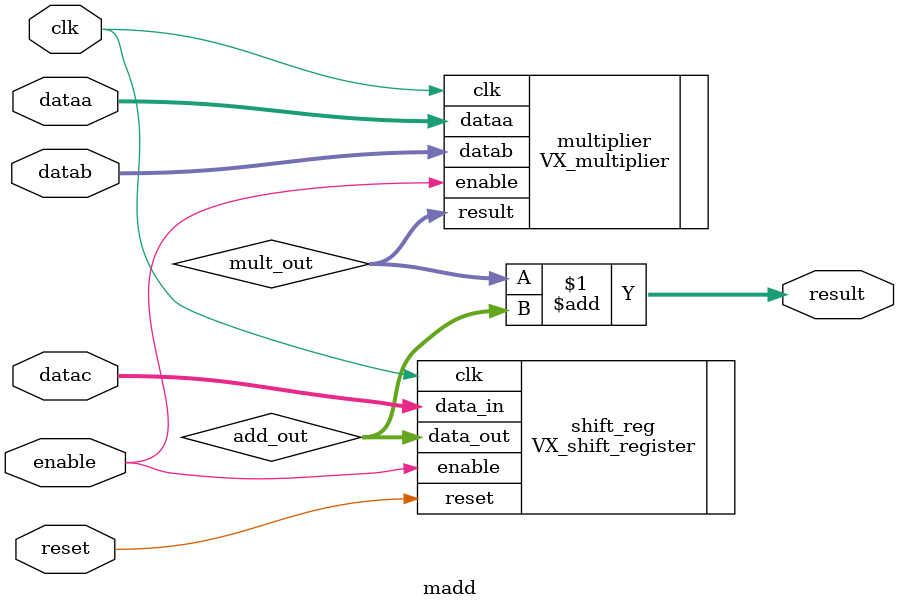
<source format=sv>
module madd #(
    parameter DATA_SIZE = 32, MULTIPLY_CYCLES = 3
) (
    input wire clk,    
    input wire enable,
    input wire reset,
    input wire [DATA_SIZE-1:0]  dataa,
    input wire [DATA_SIZE-1:0]  datab,
    input wire [DATA_SIZE-1:0]  datac,
    output wire [DATA_SIZE-1:0] result
);
    wire[DATA_SIZE-1:0] mult_out, add_out;
    VX_multiplier #(.WIDTHA(DATA_SIZE), 
                    .WIDTHB(DATA_SIZE), 
                    .WIDTHP(DATA_SIZE), 
                    .SIGNED(1), 
                    .LATENCY(MULTIPLY_CYCLES+1)) 
                    multiplier (.clk(clk), .enable(enable), .dataa(dataa), .datab(datab), .result(mult_out));
    VX_shift_register #(.DATAW(DATA_SIZE), .RESETW(0), .DEPTH(MULTIPLY_CYCLES), .NTAPS(1))
                    shift_reg (.clk(clk), .reset(reset), .enable(enable), .data_in(datac), .data_out(add_out));

    assign result = mult_out + add_out;
endmodule
</source>
